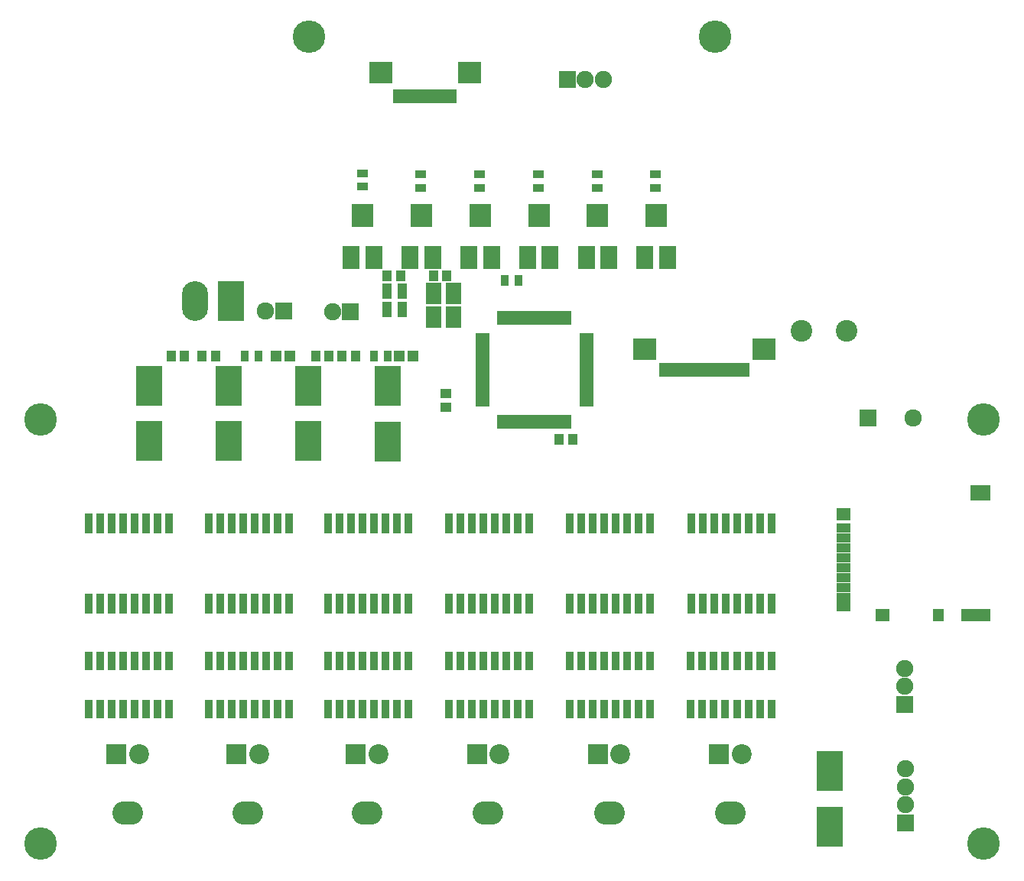
<source format=gts>
G04 #@! TF.GenerationSoftware,KiCad,Pcbnew,(5.0.0)*
G04 #@! TF.CreationDate,2018-12-21T16:51:23+09:00*
G04 #@! TF.ProjectId,lancer_mainbord_v1,6C616E6365725F6D61696E626F72645F,rev?*
G04 #@! TF.SameCoordinates,Original*
G04 #@! TF.FileFunction,Soldermask,Top*
G04 #@! TF.FilePolarity,Negative*
%FSLAX46Y46*%
G04 Gerber Fmt 4.6, Leading zero omitted, Abs format (unit mm)*
G04 Created by KiCad (PCBNEW (5.0.0)) date 12/21/18 16:51:23*
%MOMM*%
%LPD*%
G01*
G04 APERTURE LIST*
%ADD10R,1.050000X1.700000*%
%ADD11C,2.400000*%
%ADD12R,0.630000X1.650000*%
%ADD13R,2.600000X2.400000*%
%ADD14R,2.200000X2.400000*%
%ADD15R,1.600000X1.400000*%
%ADD16R,1.600000X1.100000*%
%ADD17R,1.200000X1.400000*%
%ADD18R,3.200000X1.400000*%
%ADD19R,2.300000X1.700000*%
%ADD20R,1.900000X1.900000*%
%ADD21C,1.900000*%
%ADD22R,0.900000X2.200000*%
%ADD23R,0.680000X1.600000*%
%ADD24R,1.600000X0.680000*%
%ADD25C,1.924000*%
%ADD26R,1.924000X1.924000*%
%ADD27R,2.900000X4.400000*%
%ADD28O,2.900000X4.400000*%
%ADD29R,1.200000X1.200000*%
%ADD30R,1.200000X1.100000*%
%ADD31C,3.600000*%
%ADD32R,1.100000X1.200000*%
%ADD33R,0.900000X2.100000*%
%ADD34R,0.900000X1.200000*%
%ADD35R,1.200000X0.900000*%
%ADD36R,1.900000X2.600000*%
%ADD37R,2.400000X2.600000*%
%ADD38O,3.400000X2.600000*%
%ADD39R,2.200000X2.200000*%
%ADD40C,2.200000*%
%ADD41R,1.800000X2.400000*%
G04 APERTURE END LIST*
D10*
G04 #@! TO.C,Y1*
X144100000Y-77275000D03*
X142450000Y-77275000D03*
X144100000Y-79275000D03*
X142450000Y-79275000D03*
G04 #@! TD*
D11*
G04 #@! TO.C,SW1*
X193300000Y-81650000D03*
X188300000Y-81650000D03*
G04 #@! TD*
D12*
G04 #@! TO.C,P11*
X182300000Y-86000000D03*
D13*
X170950000Y-83700000D03*
X184150000Y-83700000D03*
D12*
X179300000Y-86000000D03*
X178800000Y-86000000D03*
X178300000Y-86000000D03*
X177800000Y-86000000D03*
X177300000Y-86000000D03*
X176800000Y-86000000D03*
X176300000Y-86000000D03*
X175800000Y-86000000D03*
X175300000Y-86000000D03*
X174800000Y-86000000D03*
X174300000Y-86000000D03*
X173800000Y-86000000D03*
X173300000Y-86000000D03*
X172800000Y-86000000D03*
X179800000Y-86000000D03*
X180300000Y-86000000D03*
X180800000Y-86000000D03*
X181300000Y-86000000D03*
X181800000Y-86000000D03*
G04 #@! TD*
G04 #@! TO.C,P10*
X149900000Y-55700000D03*
X149400000Y-55700000D03*
X148900000Y-55700000D03*
X148400000Y-55700000D03*
X147900000Y-55700000D03*
X147400000Y-55700000D03*
X146900000Y-55700000D03*
X146400000Y-55700000D03*
X145900000Y-55700000D03*
X145400000Y-55700000D03*
X144900000Y-55700000D03*
X144400000Y-55700000D03*
X143900000Y-55700000D03*
D14*
X141750000Y-53025000D03*
X151550000Y-53025000D03*
D12*
X143400000Y-55700000D03*
D13*
X151550000Y-53025000D03*
X141750000Y-53025000D03*
G04 #@! TD*
D15*
G04 #@! TO.C,J1*
X193000000Y-102000000D03*
D16*
X193000000Y-111250000D03*
X193000000Y-104650000D03*
X193000000Y-105750000D03*
X193000000Y-106850000D03*
X193000000Y-107950000D03*
X193000000Y-109050000D03*
X193000000Y-110150000D03*
X193000000Y-103550000D03*
X193000000Y-112200000D03*
D17*
X203500000Y-113150000D03*
D15*
X197300000Y-113150000D03*
D18*
X207650000Y-113150000D03*
D19*
X208100000Y-99650000D03*
G04 #@! TD*
D20*
G04 #@! TO.C,J4*
X199800000Y-123050000D03*
D21*
X199800000Y-121050000D03*
X199800000Y-119050000D03*
G04 #@! TD*
D22*
G04 #@! TO.C,IC5*
X177380000Y-111920000D03*
X176110000Y-111920000D03*
X177380000Y-103000000D03*
X178650000Y-103000000D03*
X185000000Y-111915000D03*
X183730000Y-111920000D03*
X182460000Y-111920000D03*
X179920000Y-103000000D03*
X185000000Y-103000000D03*
X183730000Y-103000000D03*
X182460000Y-103000000D03*
X181190000Y-103000000D03*
X176110000Y-103000000D03*
X178650000Y-111920000D03*
X179920000Y-111920000D03*
X181190000Y-111920000D03*
G04 #@! TD*
D23*
G04 #@! TO.C,CPU1*
X155000000Y-80250000D03*
X155500000Y-80250000D03*
X156000000Y-80250000D03*
X156500000Y-80250000D03*
X157000000Y-80250000D03*
X157500000Y-80250000D03*
X158000000Y-80250000D03*
X158500000Y-80250000D03*
X159000000Y-80250000D03*
X159500000Y-80250000D03*
X160000000Y-80250000D03*
X160500000Y-80250000D03*
X161000000Y-80250000D03*
X161500000Y-80250000D03*
X162000000Y-80250000D03*
X162500000Y-80250000D03*
D24*
X164500000Y-82250000D03*
X164500000Y-82750000D03*
X164500000Y-83250000D03*
X164500000Y-83750000D03*
X164500000Y-84250000D03*
X164500000Y-84750000D03*
X164500000Y-85250000D03*
X164500000Y-85750000D03*
X164500000Y-86250000D03*
X164500000Y-86750000D03*
X164500000Y-87250000D03*
X164500000Y-87750000D03*
X164500000Y-88250000D03*
X164500000Y-88750000D03*
X164500000Y-89250000D03*
X164500000Y-89750000D03*
D23*
X162500000Y-91750000D03*
X162000000Y-91750000D03*
X161500000Y-91750000D03*
X161000000Y-91750000D03*
X160500000Y-91750000D03*
X160000000Y-91750000D03*
X159500000Y-91750000D03*
X159000000Y-91750000D03*
X158500000Y-91750000D03*
X158000000Y-91750000D03*
X157500000Y-91750000D03*
X157000000Y-91750000D03*
X156500000Y-91750000D03*
X156000000Y-91750000D03*
X155500000Y-91750000D03*
X155000000Y-91750000D03*
D24*
X153000000Y-89750000D03*
X153000000Y-89250000D03*
X153000000Y-88750000D03*
X153000000Y-88250000D03*
X153000000Y-87750000D03*
X153000000Y-87250000D03*
X153000000Y-86750000D03*
X153000000Y-86250000D03*
X153000000Y-85750000D03*
X153000000Y-85250000D03*
X153000000Y-84750000D03*
X153000000Y-84250000D03*
X153000000Y-83750000D03*
X153000000Y-83250000D03*
X153000000Y-82750000D03*
X153000000Y-82250000D03*
G04 #@! TD*
D20*
G04 #@! TO.C,P3*
X138400000Y-79550000D03*
D21*
X136400000Y-79550000D03*
G04 #@! TD*
D25*
G04 #@! TO.C,P2*
X129000000Y-79500000D03*
D26*
X131000000Y-79500000D03*
G04 #@! TD*
D27*
G04 #@! TO.C,P1*
X125150000Y-78350000D03*
D28*
X121150000Y-78350000D03*
G04 #@! TD*
D29*
G04 #@! TO.C,LED1*
X130200000Y-84500000D03*
X131700000Y-84500000D03*
G04 #@! TD*
G04 #@! TO.C,LED2*
X143800000Y-84500000D03*
X145300000Y-84500000D03*
G04 #@! TD*
D30*
G04 #@! TO.C,C17*
X149000000Y-88625000D03*
X149000000Y-90125000D03*
G04 #@! TD*
D25*
G04 #@! TO.C,BZ1*
X200700000Y-91300000D03*
D26*
X195700000Y-91300000D03*
G04 #@! TD*
D31*
G04 #@! TO.C,REF\002A\002A*
X178800000Y-49100000D03*
G04 #@! TD*
G04 #@! TO.C,REF\002A\002A*
X133800000Y-49100000D03*
G04 #@! TD*
G04 #@! TO.C,REF\002A\002A*
X104100000Y-91500000D03*
G04 #@! TD*
G04 #@! TO.C,REF\002A\002A*
X104100000Y-138500000D03*
G04 #@! TD*
G04 #@! TO.C,REF\002A\002A*
X208500000Y-138500000D03*
G04 #@! TD*
G04 #@! TO.C,REF\002A\002A*
X208500000Y-91500000D03*
G04 #@! TD*
D32*
G04 #@! TO.C,C2*
X118525000Y-84500000D03*
X120025000Y-84500000D03*
G04 #@! TD*
G04 #@! TO.C,C3*
X123475000Y-84500000D03*
X121975000Y-84500000D03*
G04 #@! TD*
G04 #@! TO.C,C6*
X134525000Y-84500000D03*
X136025000Y-84500000D03*
G04 #@! TD*
G04 #@! TO.C,C7*
X138975000Y-84500000D03*
X137475000Y-84500000D03*
G04 #@! TD*
D33*
G04 #@! TO.C,FET1*
X111930000Y-123600000D03*
X109390000Y-123600000D03*
X110660000Y-123600000D03*
X113200000Y-123600000D03*
X109390000Y-118200000D03*
X110660000Y-118200000D03*
X111930000Y-118200000D03*
X113200000Y-118200000D03*
G04 #@! TD*
G04 #@! TO.C,FET2*
X117030000Y-123600000D03*
X114490000Y-123600000D03*
X115760000Y-123600000D03*
X118300000Y-123600000D03*
X114490000Y-118200000D03*
X115760000Y-118200000D03*
X117030000Y-118200000D03*
X118300000Y-118200000D03*
G04 #@! TD*
G04 #@! TO.C,FET3*
X125230000Y-123600000D03*
X122690000Y-123600000D03*
X123960000Y-123600000D03*
X126500000Y-123600000D03*
X122690000Y-118200000D03*
X123960000Y-118200000D03*
X125230000Y-118200000D03*
X126500000Y-118200000D03*
G04 #@! TD*
G04 #@! TO.C,FET4*
X130330000Y-123600000D03*
X127790000Y-123600000D03*
X129060000Y-123600000D03*
X131600000Y-123600000D03*
X127790000Y-118200000D03*
X129060000Y-118200000D03*
X130330000Y-118200000D03*
X131600000Y-118200000D03*
G04 #@! TD*
G04 #@! TO.C,FET5*
X138430000Y-123600000D03*
X135890000Y-123600000D03*
X137160000Y-123600000D03*
X139700000Y-123600000D03*
X135890000Y-118200000D03*
X137160000Y-118200000D03*
X138430000Y-118200000D03*
X139700000Y-118200000D03*
G04 #@! TD*
G04 #@! TO.C,FET6*
X143530000Y-123600000D03*
X140990000Y-123600000D03*
X142260000Y-123600000D03*
X144800000Y-123600000D03*
X140990000Y-118200000D03*
X142260000Y-118200000D03*
X143530000Y-118200000D03*
X144800000Y-118200000D03*
G04 #@! TD*
G04 #@! TO.C,FET7*
X165230000Y-123600000D03*
X162690000Y-123600000D03*
X163960000Y-123600000D03*
X166500000Y-123600000D03*
X162690000Y-118200000D03*
X163960000Y-118200000D03*
X165230000Y-118200000D03*
X166500000Y-118200000D03*
G04 #@! TD*
G04 #@! TO.C,FET8*
X170330000Y-123600000D03*
X167790000Y-123600000D03*
X169060000Y-123600000D03*
X171600000Y-123600000D03*
X167790000Y-118200000D03*
X169060000Y-118200000D03*
X170330000Y-118200000D03*
X171600000Y-118200000D03*
G04 #@! TD*
G04 #@! TO.C,FET9*
X178630000Y-123600000D03*
X176090000Y-123600000D03*
X177360000Y-123600000D03*
X179900000Y-123600000D03*
X176090000Y-118200000D03*
X177360000Y-118200000D03*
X178630000Y-118200000D03*
X179900000Y-118200000D03*
G04 #@! TD*
G04 #@! TO.C,FET10*
X183730000Y-123600000D03*
X181190000Y-123600000D03*
X182460000Y-123600000D03*
X185000000Y-123600000D03*
X181190000Y-118200000D03*
X182460000Y-118200000D03*
X183730000Y-118200000D03*
X185000000Y-118200000D03*
G04 #@! TD*
G04 #@! TO.C,FET11*
X151830000Y-123600000D03*
X149290000Y-123600000D03*
X150560000Y-123600000D03*
X153100000Y-123600000D03*
X149290000Y-118200000D03*
X150560000Y-118200000D03*
X151830000Y-118200000D03*
X153100000Y-118200000D03*
G04 #@! TD*
G04 #@! TO.C,FET12*
X156930000Y-123600000D03*
X154390000Y-123600000D03*
X155660000Y-123600000D03*
X158200000Y-123600000D03*
X154390000Y-118200000D03*
X155660000Y-118200000D03*
X156930000Y-118200000D03*
X158200000Y-118200000D03*
G04 #@! TD*
D22*
G04 #@! TO.C,IC1*
X110680000Y-111920000D03*
X109410000Y-111920000D03*
X110680000Y-103000000D03*
X111950000Y-103000000D03*
X118300000Y-111915000D03*
X117030000Y-111920000D03*
X115760000Y-111920000D03*
X113220000Y-103000000D03*
X118300000Y-103000000D03*
X117030000Y-103000000D03*
X115760000Y-103000000D03*
X114490000Y-103000000D03*
X109410000Y-103000000D03*
X111950000Y-111920000D03*
X113220000Y-111920000D03*
X114490000Y-111920000D03*
G04 #@! TD*
G04 #@! TO.C,IC2*
X123980000Y-111920000D03*
X122710000Y-111920000D03*
X123980000Y-103000000D03*
X125250000Y-103000000D03*
X131600000Y-111915000D03*
X130330000Y-111920000D03*
X129060000Y-111920000D03*
X126520000Y-103000000D03*
X131600000Y-103000000D03*
X130330000Y-103000000D03*
X129060000Y-103000000D03*
X127790000Y-103000000D03*
X122710000Y-103000000D03*
X125250000Y-111920000D03*
X126520000Y-111920000D03*
X127790000Y-111920000D03*
G04 #@! TD*
G04 #@! TO.C,IC3*
X137170000Y-111900000D03*
X135900000Y-111900000D03*
X137170000Y-102980000D03*
X138440000Y-102980000D03*
X144790000Y-111895000D03*
X143520000Y-111900000D03*
X142250000Y-111900000D03*
X139710000Y-102980000D03*
X144790000Y-102980000D03*
X143520000Y-102980000D03*
X142250000Y-102980000D03*
X140980000Y-102980000D03*
X135900000Y-102980000D03*
X138440000Y-111900000D03*
X139710000Y-111900000D03*
X140980000Y-111900000D03*
G04 #@! TD*
G04 #@! TO.C,IC4*
X163980000Y-111920000D03*
X162710000Y-111920000D03*
X163980000Y-103000000D03*
X165250000Y-103000000D03*
X171600000Y-111915000D03*
X170330000Y-111920000D03*
X169060000Y-111920000D03*
X166520000Y-103000000D03*
X171600000Y-103000000D03*
X170330000Y-103000000D03*
X169060000Y-103000000D03*
X167790000Y-103000000D03*
X162710000Y-103000000D03*
X165250000Y-111920000D03*
X166520000Y-111920000D03*
X167790000Y-111920000D03*
G04 #@! TD*
G04 #@! TO.C,IC6*
X150580000Y-111920000D03*
X149310000Y-111920000D03*
X150580000Y-103000000D03*
X151850000Y-103000000D03*
X158200000Y-111915000D03*
X156930000Y-111920000D03*
X155660000Y-111920000D03*
X153120000Y-103000000D03*
X158200000Y-103000000D03*
X156930000Y-103000000D03*
X155660000Y-103000000D03*
X154390000Y-103000000D03*
X149310000Y-103000000D03*
X151850000Y-111920000D03*
X153120000Y-111920000D03*
X154390000Y-111920000D03*
G04 #@! TD*
D34*
G04 #@! TO.C,R1*
X128200000Y-84500000D03*
X126700000Y-84500000D03*
G04 #@! TD*
G04 #@! TO.C,R2*
X142500000Y-84500000D03*
X141000000Y-84500000D03*
G04 #@! TD*
D35*
G04 #@! TO.C,R54*
X139700000Y-65700000D03*
X139700000Y-64200000D03*
G04 #@! TD*
G04 #@! TO.C,R55*
X146200000Y-65800000D03*
X146200000Y-64300000D03*
G04 #@! TD*
G04 #@! TO.C,R56*
X152700000Y-65800000D03*
X152700000Y-64300000D03*
G04 #@! TD*
G04 #@! TO.C,R57*
X159200000Y-65800000D03*
X159200000Y-64300000D03*
G04 #@! TD*
G04 #@! TO.C,R58*
X165700000Y-65800000D03*
X165700000Y-64300000D03*
G04 #@! TD*
G04 #@! TO.C,R59*
X172200000Y-65800000D03*
X172200000Y-64300000D03*
G04 #@! TD*
D36*
G04 #@! TO.C,RV1*
X138500000Y-73500000D03*
X141000000Y-73500000D03*
D37*
X139750000Y-68900000D03*
G04 #@! TD*
D36*
G04 #@! TO.C,RV2*
X145000000Y-73500000D03*
X147500000Y-73500000D03*
D37*
X146250000Y-68900000D03*
G04 #@! TD*
D36*
G04 #@! TO.C,RV3*
X151500000Y-73500000D03*
X154000000Y-73500000D03*
D37*
X152750000Y-68900000D03*
G04 #@! TD*
D36*
G04 #@! TO.C,RV4*
X158000000Y-73500000D03*
X160500000Y-73500000D03*
D37*
X159250000Y-68900000D03*
G04 #@! TD*
D36*
G04 #@! TO.C,RV5*
X164500000Y-73500000D03*
X167000000Y-73500000D03*
D37*
X165750000Y-68900000D03*
G04 #@! TD*
D36*
G04 #@! TO.C,RV6*
X171000000Y-73500000D03*
X173500000Y-73500000D03*
D37*
X172250000Y-68900000D03*
G04 #@! TD*
D38*
G04 #@! TO.C,P4*
X113750000Y-135100000D03*
D39*
X112500000Y-128600000D03*
D40*
X115000000Y-128600000D03*
G04 #@! TD*
D38*
G04 #@! TO.C,P5*
X127050000Y-135100000D03*
D39*
X125800000Y-128600000D03*
D40*
X128300000Y-128600000D03*
G04 #@! TD*
D38*
G04 #@! TO.C,P6*
X140250000Y-135100000D03*
D39*
X139000000Y-128600000D03*
D40*
X141500000Y-128600000D03*
G04 #@! TD*
D38*
G04 #@! TO.C,P7*
X167050000Y-135100000D03*
D39*
X165800000Y-128600000D03*
D40*
X168300000Y-128600000D03*
G04 #@! TD*
D38*
G04 #@! TO.C,P8*
X180450000Y-135100000D03*
D39*
X179200000Y-128600000D03*
D40*
X181700000Y-128600000D03*
G04 #@! TD*
D38*
G04 #@! TO.C,P9*
X153650000Y-135100000D03*
D39*
X152400000Y-128600000D03*
D40*
X154900000Y-128600000D03*
G04 #@! TD*
D20*
G04 #@! TO.C,J2*
X199825000Y-136200000D03*
D21*
X199825000Y-134200000D03*
X199825000Y-132200000D03*
X199825000Y-130200000D03*
G04 #@! TD*
D20*
G04 #@! TO.C,J3*
X162400000Y-53800000D03*
D21*
X164400000Y-53800000D03*
X166400000Y-53800000D03*
G04 #@! TD*
D32*
G04 #@! TO.C,C27*
X161525000Y-93700000D03*
X163025000Y-93700000D03*
G04 #@! TD*
D34*
G04 #@! TO.C,R67*
X155500000Y-76100000D03*
X157000000Y-76100000D03*
G04 #@! TD*
D27*
G04 #@! TO.C,C1*
X116100000Y-87750000D03*
X116100000Y-93850000D03*
G04 #@! TD*
G04 #@! TO.C,C4*
X124900000Y-87750000D03*
X124900000Y-93850000D03*
G04 #@! TD*
G04 #@! TO.C,C5*
X133700000Y-87750000D03*
X133700000Y-93850000D03*
G04 #@! TD*
G04 #@! TO.C,C8*
X142500000Y-87800000D03*
X142500000Y-93900000D03*
G04 #@! TD*
D32*
G04 #@! TO.C,C26*
X143975000Y-75600000D03*
X142475000Y-75600000D03*
G04 #@! TD*
D27*
G04 #@! TO.C,C29*
X191500000Y-130475000D03*
X191500000Y-136575000D03*
G04 #@! TD*
D32*
G04 #@! TO.C,C30*
X149075000Y-75600000D03*
X147575000Y-75600000D03*
G04 #@! TD*
D41*
G04 #@! TO.C,Y2*
X149800000Y-80100000D03*
X147600000Y-80100000D03*
X147600000Y-77500000D03*
X149800000Y-77500000D03*
G04 #@! TD*
M02*

</source>
